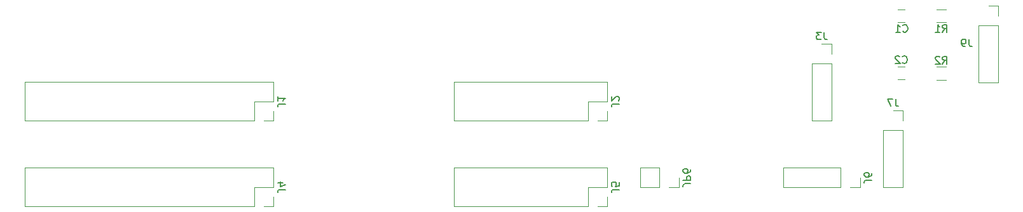
<source format=gbo>
G04 #@! TF.GenerationSoftware,KiCad,Pcbnew,5.1.5*
G04 #@! TF.CreationDate,2020-05-29T23:05:44+02:00*
G04 #@! TF.ProjectId,FFBridge,46464272-6964-4676-952e-6b696361645f,rev?*
G04 #@! TF.SameCoordinates,Original*
G04 #@! TF.FileFunction,Legend,Bot*
G04 #@! TF.FilePolarity,Positive*
%FSLAX46Y46*%
G04 Gerber Fmt 4.6, Leading zero omitted, Abs format (unit mm)*
G04 Created by KiCad (PCBNEW 5.1.5) date 2020-05-29 23:05:44*
%MOMM*%
%LPD*%
G04 APERTURE LIST*
%ADD10C,0.120000*%
%ADD11C,0.150000*%
G04 APERTURE END LIST*
D10*
X182305000Y-118170000D02*
X182305000Y-116840000D01*
X180975000Y-118170000D02*
X182305000Y-118170000D01*
X179705000Y-118170000D02*
X179705000Y-115510000D01*
X179705000Y-115510000D02*
X177105000Y-115510000D01*
X179705000Y-118170000D02*
X177105000Y-118170000D01*
X177105000Y-118170000D02*
X177105000Y-115510000D01*
X202625000Y-99000000D02*
X201295000Y-99000000D01*
X202625000Y-100330000D02*
X202625000Y-99000000D01*
X202625000Y-101600000D02*
X199965000Y-101600000D01*
X199965000Y-101600000D02*
X199965000Y-109280000D01*
X202625000Y-101600000D02*
X202625000Y-109280000D01*
X202625000Y-109280000D02*
X199965000Y-109280000D01*
X217833500Y-102053500D02*
X216633500Y-102053500D01*
X216633500Y-103813500D02*
X217833500Y-103813500D01*
X217833500Y-94403500D02*
X216633500Y-94403500D01*
X216633500Y-96163500D02*
X217833500Y-96163500D01*
X224850000Y-93920000D02*
X223520000Y-93920000D01*
X224850000Y-95250000D02*
X224850000Y-93920000D01*
X224850000Y-96520000D02*
X222190000Y-96520000D01*
X222190000Y-96520000D02*
X222190000Y-104200000D01*
X224850000Y-96520000D02*
X224850000Y-104200000D01*
X224850000Y-104200000D02*
X222190000Y-104200000D01*
X212150000Y-107890000D02*
X210820000Y-107890000D01*
X212150000Y-109220000D02*
X212150000Y-107890000D01*
X212150000Y-110490000D02*
X209490000Y-110490000D01*
X209490000Y-110490000D02*
X209490000Y-118170000D01*
X212150000Y-110490000D02*
X212150000Y-118170000D01*
X212150000Y-118170000D02*
X209490000Y-118170000D01*
X212399500Y-103783500D02*
X211399500Y-103783500D01*
X211399500Y-102083500D02*
X212399500Y-102083500D01*
X212399500Y-96133500D02*
X211399500Y-96133500D01*
X211399500Y-94433500D02*
X212399500Y-94433500D01*
X206435000Y-118170000D02*
X206435000Y-116840000D01*
X205105000Y-118170000D02*
X206435000Y-118170000D01*
X203835000Y-118170000D02*
X203835000Y-115510000D01*
X203835000Y-115510000D02*
X196155000Y-115510000D01*
X203835000Y-118170000D02*
X196155000Y-118170000D01*
X196155000Y-118170000D02*
X196155000Y-115510000D01*
X172780000Y-120710000D02*
X172780000Y-119380000D01*
X171450000Y-120710000D02*
X172780000Y-120710000D01*
X172780000Y-118110000D02*
X172780000Y-115510000D01*
X170180000Y-118110000D02*
X172780000Y-118110000D01*
X170180000Y-120710000D02*
X170180000Y-118110000D01*
X172780000Y-115510000D02*
X152340000Y-115510000D01*
X170180000Y-120710000D02*
X152340000Y-120710000D01*
X152340000Y-120710000D02*
X152340000Y-115510000D01*
X128330000Y-120710000D02*
X128330000Y-119380000D01*
X127000000Y-120710000D02*
X128330000Y-120710000D01*
X128330000Y-118110000D02*
X128330000Y-115510000D01*
X125730000Y-118110000D02*
X128330000Y-118110000D01*
X125730000Y-120710000D02*
X125730000Y-118110000D01*
X128330000Y-115510000D02*
X95190000Y-115510000D01*
X125730000Y-120710000D02*
X95190000Y-120710000D01*
X95190000Y-120710000D02*
X95190000Y-115510000D01*
X172780000Y-109280000D02*
X172780000Y-107950000D01*
X171450000Y-109280000D02*
X172780000Y-109280000D01*
X172780000Y-106680000D02*
X172780000Y-104080000D01*
X170180000Y-106680000D02*
X172780000Y-106680000D01*
X170180000Y-109280000D02*
X170180000Y-106680000D01*
X172780000Y-104080000D02*
X152340000Y-104080000D01*
X170180000Y-109280000D02*
X152340000Y-109280000D01*
X152340000Y-109280000D02*
X152340000Y-104080000D01*
X128330000Y-109280000D02*
X128330000Y-107950000D01*
X127000000Y-109280000D02*
X128330000Y-109280000D01*
X128330000Y-106680000D02*
X128330000Y-104080000D01*
X125730000Y-106680000D02*
X128330000Y-106680000D01*
X125730000Y-109280000D02*
X125730000Y-106680000D01*
X128330000Y-104080000D02*
X95190000Y-104080000D01*
X125730000Y-109280000D02*
X95190000Y-109280000D01*
X95190000Y-109280000D02*
X95190000Y-104080000D01*
D11*
X183852619Y-117673333D02*
X183138333Y-117673333D01*
X182995476Y-117720952D01*
X182900238Y-117816190D01*
X182852619Y-117959047D01*
X182852619Y-118054285D01*
X182852619Y-117197142D02*
X183852619Y-117197142D01*
X183852619Y-116816190D01*
X183805000Y-116720952D01*
X183757380Y-116673333D01*
X183662142Y-116625714D01*
X183519285Y-116625714D01*
X183424047Y-116673333D01*
X183376428Y-116720952D01*
X183328809Y-116816190D01*
X183328809Y-117197142D01*
X183852619Y-115768571D02*
X183852619Y-115959047D01*
X183805000Y-116054285D01*
X183757380Y-116101904D01*
X183614523Y-116197142D01*
X183424047Y-116244761D01*
X183043095Y-116244761D01*
X182947857Y-116197142D01*
X182900238Y-116149523D01*
X182852619Y-116054285D01*
X182852619Y-115863809D01*
X182900238Y-115768571D01*
X182947857Y-115720952D01*
X183043095Y-115673333D01*
X183281190Y-115673333D01*
X183376428Y-115720952D01*
X183424047Y-115768571D01*
X183471666Y-115863809D01*
X183471666Y-116054285D01*
X183424047Y-116149523D01*
X183376428Y-116197142D01*
X183281190Y-116244761D01*
X201628333Y-97452380D02*
X201628333Y-98166666D01*
X201675952Y-98309523D01*
X201771190Y-98404761D01*
X201914047Y-98452380D01*
X202009285Y-98452380D01*
X201247380Y-97452380D02*
X200628333Y-97452380D01*
X200961666Y-97833333D01*
X200818809Y-97833333D01*
X200723571Y-97880952D01*
X200675952Y-97928571D01*
X200628333Y-98023809D01*
X200628333Y-98261904D01*
X200675952Y-98357142D01*
X200723571Y-98404761D01*
X200818809Y-98452380D01*
X201104523Y-98452380D01*
X201199761Y-98404761D01*
X201247380Y-98357142D01*
X217400166Y-101685880D02*
X217733500Y-101209690D01*
X217971595Y-101685880D02*
X217971595Y-100685880D01*
X217590642Y-100685880D01*
X217495404Y-100733500D01*
X217447785Y-100781119D01*
X217400166Y-100876357D01*
X217400166Y-101019214D01*
X217447785Y-101114452D01*
X217495404Y-101162071D01*
X217590642Y-101209690D01*
X217971595Y-101209690D01*
X217019214Y-100781119D02*
X216971595Y-100733500D01*
X216876357Y-100685880D01*
X216638261Y-100685880D01*
X216543023Y-100733500D01*
X216495404Y-100781119D01*
X216447785Y-100876357D01*
X216447785Y-100971595D01*
X216495404Y-101114452D01*
X217066833Y-101685880D01*
X216447785Y-101685880D01*
X217400166Y-97450380D02*
X217733500Y-96974190D01*
X217971595Y-97450380D02*
X217971595Y-96450380D01*
X217590642Y-96450380D01*
X217495404Y-96498000D01*
X217447785Y-96545619D01*
X217400166Y-96640857D01*
X217400166Y-96783714D01*
X217447785Y-96878952D01*
X217495404Y-96926571D01*
X217590642Y-96974190D01*
X217971595Y-96974190D01*
X216447785Y-97450380D02*
X217019214Y-97450380D01*
X216733500Y-97450380D02*
X216733500Y-96450380D01*
X216828738Y-96593238D01*
X216923976Y-96688476D01*
X217019214Y-96736095D01*
X220932333Y-98385380D02*
X220932333Y-99099666D01*
X220979952Y-99242523D01*
X221075190Y-99337761D01*
X221218047Y-99385380D01*
X221313285Y-99385380D01*
X220408523Y-99385380D02*
X220218047Y-99385380D01*
X220122809Y-99337761D01*
X220075190Y-99290142D01*
X219979952Y-99147285D01*
X219932333Y-98956809D01*
X219932333Y-98575857D01*
X219979952Y-98480619D01*
X220027571Y-98433000D01*
X220122809Y-98385380D01*
X220313285Y-98385380D01*
X220408523Y-98433000D01*
X220456142Y-98480619D01*
X220503761Y-98575857D01*
X220503761Y-98813952D01*
X220456142Y-98909190D01*
X220408523Y-98956809D01*
X220313285Y-99004428D01*
X220122809Y-99004428D01*
X220027571Y-98956809D01*
X219979952Y-98909190D01*
X219932333Y-98813952D01*
X211153333Y-106342380D02*
X211153333Y-107056666D01*
X211200952Y-107199523D01*
X211296190Y-107294761D01*
X211439047Y-107342380D01*
X211534285Y-107342380D01*
X210772380Y-106342380D02*
X210105714Y-106342380D01*
X210534285Y-107342380D01*
X212066166Y-101540642D02*
X212113785Y-101588261D01*
X212256642Y-101635880D01*
X212351880Y-101635880D01*
X212494738Y-101588261D01*
X212589976Y-101493023D01*
X212637595Y-101397785D01*
X212685214Y-101207309D01*
X212685214Y-101064452D01*
X212637595Y-100873976D01*
X212589976Y-100778738D01*
X212494738Y-100683500D01*
X212351880Y-100635880D01*
X212256642Y-100635880D01*
X212113785Y-100683500D01*
X212066166Y-100731119D01*
X211685214Y-100731119D02*
X211637595Y-100683500D01*
X211542357Y-100635880D01*
X211304261Y-100635880D01*
X211209023Y-100683500D01*
X211161404Y-100731119D01*
X211113785Y-100826357D01*
X211113785Y-100921595D01*
X211161404Y-101064452D01*
X211732833Y-101635880D01*
X211113785Y-101635880D01*
X212129666Y-97355142D02*
X212177285Y-97402761D01*
X212320142Y-97450380D01*
X212415380Y-97450380D01*
X212558238Y-97402761D01*
X212653476Y-97307523D01*
X212701095Y-97212285D01*
X212748714Y-97021809D01*
X212748714Y-96878952D01*
X212701095Y-96688476D01*
X212653476Y-96593238D01*
X212558238Y-96498000D01*
X212415380Y-96450380D01*
X212320142Y-96450380D01*
X212177285Y-96498000D01*
X212129666Y-96545619D01*
X211177285Y-97450380D02*
X211748714Y-97450380D01*
X211463000Y-97450380D02*
X211463000Y-96450380D01*
X211558238Y-96593238D01*
X211653476Y-96688476D01*
X211748714Y-96736095D01*
X207982619Y-117173333D02*
X207268333Y-117173333D01*
X207125476Y-117220952D01*
X207030238Y-117316190D01*
X206982619Y-117459047D01*
X206982619Y-117554285D01*
X207982619Y-116268571D02*
X207982619Y-116459047D01*
X207935000Y-116554285D01*
X207887380Y-116601904D01*
X207744523Y-116697142D01*
X207554047Y-116744761D01*
X207173095Y-116744761D01*
X207077857Y-116697142D01*
X207030238Y-116649523D01*
X206982619Y-116554285D01*
X206982619Y-116363809D01*
X207030238Y-116268571D01*
X207077857Y-116220952D01*
X207173095Y-116173333D01*
X207411190Y-116173333D01*
X207506428Y-116220952D01*
X207554047Y-116268571D01*
X207601666Y-116363809D01*
X207601666Y-116554285D01*
X207554047Y-116649523D01*
X207506428Y-116697142D01*
X207411190Y-116744761D01*
X174327619Y-118443333D02*
X173613333Y-118443333D01*
X173470476Y-118490952D01*
X173375238Y-118586190D01*
X173327619Y-118729047D01*
X173327619Y-118824285D01*
X174327619Y-117490952D02*
X174327619Y-117967142D01*
X173851428Y-118014761D01*
X173899047Y-117967142D01*
X173946666Y-117871904D01*
X173946666Y-117633809D01*
X173899047Y-117538571D01*
X173851428Y-117490952D01*
X173756190Y-117443333D01*
X173518095Y-117443333D01*
X173422857Y-117490952D01*
X173375238Y-117538571D01*
X173327619Y-117633809D01*
X173327619Y-117871904D01*
X173375238Y-117967142D01*
X173422857Y-118014761D01*
X129877619Y-118443333D02*
X129163333Y-118443333D01*
X129020476Y-118490952D01*
X128925238Y-118586190D01*
X128877619Y-118729047D01*
X128877619Y-118824285D01*
X129544285Y-117538571D02*
X128877619Y-117538571D01*
X129925238Y-117776666D02*
X129210952Y-118014761D01*
X129210952Y-117395714D01*
X174327619Y-107013333D02*
X173613333Y-107013333D01*
X173470476Y-107060952D01*
X173375238Y-107156190D01*
X173327619Y-107299047D01*
X173327619Y-107394285D01*
X174232380Y-106584761D02*
X174280000Y-106537142D01*
X174327619Y-106441904D01*
X174327619Y-106203809D01*
X174280000Y-106108571D01*
X174232380Y-106060952D01*
X174137142Y-106013333D01*
X174041904Y-106013333D01*
X173899047Y-106060952D01*
X173327619Y-106632380D01*
X173327619Y-106013333D01*
X129877619Y-107013333D02*
X129163333Y-107013333D01*
X129020476Y-107060952D01*
X128925238Y-107156190D01*
X128877619Y-107299047D01*
X128877619Y-107394285D01*
X128877619Y-106013333D02*
X128877619Y-106584761D01*
X128877619Y-106299047D02*
X129877619Y-106299047D01*
X129734761Y-106394285D01*
X129639523Y-106489523D01*
X129591904Y-106584761D01*
M02*

</source>
